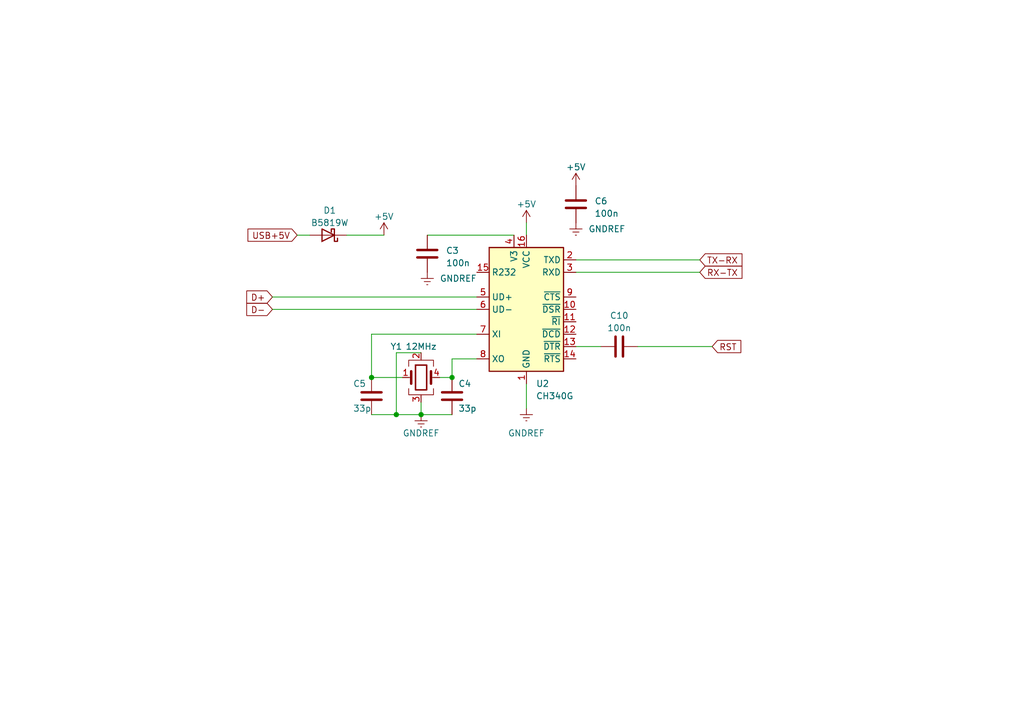
<source format=kicad_sch>
(kicad_sch (version 20230121) (generator eeschema)
  (paper "A5")
  (title_block (title "USB -> RS232"))
  (lib_symbols
    (symbol "Device:C" (pin_numbers hide) (pin_names (offset 0.254))
      (property "Reference" "C" (at 0.635 2.54 0))
      (property "Value" "C" (at 0.635 -2.54 0))
      (symbol "C_0_1"
        (polyline (pts (xy -2.032 -0.762) (xy 2.032 -0.762)) (stroke (width 0.508)))
        (polyline (pts (xy -2.032 0.762) (xy 2.032 0.762)) (stroke (width 0.508)))
      )
      (symbol "C_1_1"
        (pin passive line (at 0 3.81 270) (length 2.794) (name "~") (number "1"))
        (pin passive line (at 0 -3.81 90) (length 2.794) (name "~") (number "2"))
      )
    )
    (symbol "Device:Crystal_GND23" (pin_names (offset 1.016) hide)
      (property "Reference" "Y" (at 3.175 5.08 0))
      (property "Value" "Crystal_GND23" (at 3.175 3.175 0))
      (symbol "Crystal_GND23_0_1"
        (rectangle (start -1.143 2.54) (end 1.143 -2.54) (stroke (width 0.3048)))
        (polyline (pts (xy -2.54 0) (xy -2.032 0)))
        (polyline (pts (xy -2.032 -1.27) (xy -2.032 1.27)) (stroke (width 0.508)))
        (polyline (pts (xy 0 -3.81) (xy 0 -3.556)))
        (polyline (pts (xy 0 3.556) (xy 0 3.81)))
        (polyline (pts (xy 2.032 -1.27) (xy 2.032 1.27)) (stroke (width 0.508)))
        (polyline (pts (xy 2.032 0) (xy 2.54 0)))
        (polyline (pts (xy -2.54 -2.286) (xy -2.54 -3.556) (xy 2.54 -3.556) (xy 2.54 -2.286)))
        (polyline (pts (xy -2.54 2.286) (xy -2.54 3.556) (xy 2.54 3.556) (xy 2.54 2.286)))
      )
      (symbol "Crystal_GND23_1_1"
        (pin passive line (at -3.81 0 0) (length 1.27) (name "1") (number "1"))
        (pin passive line (at 0 5.08 270) (length 1.27) (name "2") (number "2"))
        (pin passive line (at 0 -5.08 90) (length 1.27) (name "3") (number "3"))
        (pin passive line (at 3.81 0 180) (length 1.27) (name "4") (number "4"))
      )
    )
    (symbol "Device:D_Schottky" (pin_numbers hide) (pin_names (offset 1.016) hide)
      (property "Reference" "D" (at 0 2.54 0))
      (property "Value" "D_Schottky" (at 0 -2.54 0))
      (symbol "D_Schottky_0_1"
        (polyline (pts (xy 1.27 0) (xy -1.27 0)))
        (polyline (pts (xy 1.27 1.27) (xy 1.27 -1.27) (xy -1.27 0) (xy 1.27 1.27)) (stroke (width 0.254)))
        (polyline (pts (xy -1.905 0.635) (xy -1.905 1.27) (xy -1.27 1.27) (xy -1.27 -1.27) (xy -0.635 -1.27) (xy -0.635 -0.635)) (stroke (width 0.254)))
      )
      (symbol "D_Schottky_1_1"
        (pin passive line (at -3.81 0 0) (length 2.54) (name "K") (number "1"))
        (pin passive line (at 3.81 0 180) (length 2.54) (name "A") (number "2"))
      )
    )
    (symbol "Interface_USB:CH340G"
      (property "Reference" "U" (at -5.08 13.97 0))
      (property "Value" "CH340G" (at 1.27 13.97 0))
      (symbol "CH340G_0_1"
        (rectangle (start -7.62 12.7) (end 7.62 -12.7) (stroke (width 0.254)) (fill (type background)))
      )
      (symbol "CH340G_1_1"
        (pin power_in line (at 0 -15.24 90) (length 2.54) (name "GND") (number "1"))
        (pin input line (at 10.16 0 180) (length 2.54) (name "~{DSR}") (number "10"))
        (pin input line (at 10.16 -2.54 180) (length 2.54) (name "~{RI}") (number "11"))
        (pin input line (at 10.16 -5.08 180) (length 2.54) (name "~{DCD}") (number "12"))
        (pin output line (at 10.16 -7.62 180) (length 2.54) (name "~{DTR}") (number "13"))
        (pin output line (at 10.16 -10.16 180) (length 2.54) (name "~{RTS}") (number "14"))
        (pin input line (at -10.16 7.62 0) (length 2.54) (name "R232") (number "15"))
        (pin power_in line (at 0 15.24 270) (length 2.54) (name "VCC") (number "16"))
        (pin output line (at 10.16 10.16 180) (length 2.54) (name "TXD") (number "2"))
        (pin input line (at 10.16 7.62 180) (length 2.54) (name "RXD") (number "3"))
        (pin passive line (at -2.54 15.24 270) (length 2.54) (name "V3") (number "4"))
        (pin bidirectional line (at -10.16 2.54 0) (length 2.54) (name "UD+") (number "5"))
        (pin bidirectional line (at -10.16 0 0) (length 2.54) (name "UD-") (number "6"))
        (pin input line (at -10.16 -5.08 0) (length 2.54) (name "XI") (number "7"))
        (pin output line (at -10.16 -10.16 0) (length 2.54) (name "XO") (number "8"))
        (pin input line (at 10.16 2.54 180) (length 2.54) (name "~{CTS}") (number "9"))
      )
    )
    (symbol "power:+5V" (power) (pin_names (offset 0))
      (property "Value" "+5V" (at 0 3.556 0))
      (symbol "+5V_0_1"
        (polyline (pts (xy -0.762 1.27) (xy 0 2.54)))
        (polyline (pts (xy 0 0) (xy 0 2.54)))
        (polyline (pts (xy 0 2.54) (xy 0.762 1.27)))
      )
      (symbol "+5V_1_1"
        (pin power_in line (at 0 0 90) (length 0) hide (name "+5V") (number "1"))
      )
    )
    (symbol "power:GNDREF" (power) (pin_names (offset 0))
      (property "Value" "GNDREF" (at 0 -3.81 0))
      (symbol "GNDREF_0_1"
        (polyline (pts (xy -0.635 -1.905) (xy 0.635 -1.905)))
        (polyline (pts (xy -0.127 -2.54) (xy 0.127 -2.54)))
        (polyline (pts (xy 0 -1.27) (xy 0 0)))
        (polyline (pts (xy 1.27 -1.27) (xy -1.27 -1.27)))
      )
      (symbol "GNDREF_1_1"
        (pin power_in line (at 0 0 270) (length 0) hide (name "GNDREF") (number "1"))
      )
    )
  )
  (junction (at 81.28 85.09))
  (junction (at 92.71 77.47))
  (junction (at 76.2 77.47))
  (junction (at 86.36 85.09))
  (wire (pts (xy 92.71 73.66) (xy 92.71 77.47)))
  (wire (pts (xy 107.95 45.72) (xy 107.95 48.26)))
  (wire (pts (xy 81.28 85.09) (xy 86.36 85.09)))
  (wire (pts (xy 87.63 48.26) (xy 105.41 48.26)))
  (wire (pts (xy 97.79 73.66) (xy 92.71 73.66)))
  (wire (pts (xy 81.28 72.39) (xy 81.28 85.09)))
  (wire (pts (xy 107.95 78.74) (xy 107.95 83.82)))
  (wire (pts (xy 130.81 71.12) (xy 146.05 71.12)))
  (wire (pts (xy 90.17 77.47) (xy 92.71 77.47)))
  (wire (pts (xy 55.88 60.96) (xy 97.79 60.96)))
  (wire (pts (xy 76.2 68.58) (xy 76.2 77.47)))
  (wire (pts (xy 55.88 63.5) (xy 97.79 63.5)))
  (wire (pts (xy 86.36 72.39) (xy 81.28 72.39)))
  (wire (pts (xy 86.36 82.55) (xy 86.36 85.09)))
  (wire (pts (xy 76.2 77.47) (xy 82.55 77.47)))
  (wire (pts (xy 118.11 53.34) (xy 143.51 53.34)))
  (wire (pts (xy 118.11 55.88) (xy 143.51 55.88)))
  (wire (pts (xy 118.11 71.12) (xy 123.19 71.12)))
  (wire (pts (xy 76.2 85.09) (xy 81.28 85.09)))
  (wire (pts (xy 60.96 48.26) (xy 63.5 48.26)))
  (wire (pts (xy 86.36 85.09) (xy 92.71 85.09)))
  (wire (pts (xy 97.79 68.58) (xy 76.2 68.58)))
  (wire (pts (xy 78.74 48.26) (xy 71.12 48.26)))
  (global_label "USB+5V" (shape input) (at 60.96 48.26 180) (property "Intersheetrefs" "${INTERSHEET_REFS}" (effects hide)))
  (global_label "D-" (shape input) (at 55.88 63.5 180) (property "Intersheetrefs" "${INTERSHEET_REFS}" (effects hide)))
  (global_label "TX-RX" (shape input) (at 143.51 53.34 0) (property "Intersheetrefs" "${INTERSHEET_REFS}" (effects hide)))
  (global_label "D+" (shape input) (at 55.88 60.96 180) (property "Intersheetrefs" "${INTERSHEET_REFS}" (effects hide)))
  (global_label "RX-TX" (shape input) (at 143.51 55.88 0) (property "Intersheetrefs" "${INTERSHEET_REFS}" (effects hide)))
  (global_label "RST" (shape input) (at 146.05 71.12 0) (property "Intersheetrefs" "${INTERSHEET_REFS}" (effects hide)))
  (symbol (lib_id "power:+5V") (at 107.95 45.72 0) (unit 1)
    (property "Reference" "#PWR011" (effects hide))
    (property "Value" "+5V" (at 107.95 41.91 0))
    (instances (project "pcb_design" (path "" (reference "#PWR011") (unit 1)) (path "" (reference "#PWR012") (unit 1))))
  )
  (symbol (lib_id "Device:D_Schottky") (at 67.31 48.26 180) (unit 1)
    (property "Reference" "D1" (at 67.6275 43.18 0))
    (property "Value" "B5819W" (at 67.6275 45.72 0))
    (property "Footprint" "Diode_SMD:D_SOD-123F" (effects hide))
  )
  (symbol (lib_id "Device:C") (at 118.11 41.91 0) (unit 1)
    (property "Reference" "C6" (at 121.92 41.275 0) (effects (justify left)))
    (property "Value" "100n" (at 121.92 43.815 0) (effects (justify left)))
    (property "Footprint" "Capacitor_SMD:C_1206_3216Metric" (effects hide))
    (instances (project "pcb_design" (path "" (reference "C6") (unit 1)) (path "" (reference "C3") (unit 1))))
  )
  (symbol (lib_id "Device:C") (at 92.71 81.28 0) (unit 1)
    (property "Reference" "C4" (at 93.98 78.74 0) (effects (justify left)))
    (property "Value" "33p" (at 93.98 83.82 0) (effects (justify left)))
    (property "Footprint" "Capacitor_SMD:C_1206_3216Metric" (effects hide))
    (instances (project "pcb_design" (path "" (reference "C4") (unit 1)) (path "" (reference "C10") (unit 1))))
  )
  (symbol (lib_id "power:+5V") (at 78.74 48.26 0) (unit 1)
    (property "Reference" "#PWR09" (effects hide))
    (property "Value" "+5V" (at 78.74 44.45 0))
  )
  (symbol (lib_id "Device:C") (at 76.2 81.28 0) (unit 1)
    (property "Reference" "C5" (at 72.39 78.74 0) (effects (justify left)))
    (property "Value" "33p" (at 72.39 83.82 0) (effects (justify left)))
    (property "Footprint" "Capacitor_SMD:C_1206_3216Metric" (effects hide))
    (instances (project "pcb_design" (path "" (reference "C5") (unit 1)) (path "" (reference "C6") (unit 1))))
  )
  (symbol (lib_id "power:+5V") (at 118.11 38.1 0) (unit 1)
    (property "Reference" "#PWR015" (effects hide))
    (property "Value" "+5V" (at 118.11 34.29 0))
    (instances (project "pcb_design" (path "" (reference "#PWR015") (unit 1)) (path "" (reference "#PWR011") (unit 1))))
  )
  (symbol (lib_id "Device:Crystal_GND23") (at 86.36 77.47 0) (unit 1)
    (property "Reference" "Y1" (at 81.28 71.12 0))
    (property "Value" "12MHz" (at 86.36 71.12 0))
    (property "Footprint" "Crystal:Crystal_SMD_3225-4Pin_3.2x2.5mm" (effects hide))
  )
  (symbol (lib_id "power:GNDREF") (at 107.95 83.82 0) (unit 1)
    (property "Reference" "#PWR012" (effects hide))
    (property "Value" "GNDREF" (at 107.95 88.9 0))
    (instances (project "pcb_design" (path "" (reference "#PWR012") (unit 1)) (path "" (reference "#PWR015") (unit 1))))
  )
  (symbol (lib_id "Device:C") (at 127 71.12 90) (unit 1)
    (property "Reference" "C10" (at 127 64.77 90))
    (property "Value" "100n" (at 127 67.31 90))
    (property "Footprint" "Capacitor_SMD:C_1206_3216Metric" (effects hide))
    (instances (project "pcb_design" (path "" (reference "C10") (unit 1)) (path "" (reference "C5") (unit 1))))
  )
  (symbol (lib_id "Interface_USB:CH340G") (at 107.95 63.5 0) (unit 1)
    (property "Reference" "U2" (at 109.9059 78.74 0) (effects (justify left)))
    (property "Value" "CH340G" (at 109.9059 81.28 0) (effects (justify left)))
    (property "Footprint" "Package_SO:SOIC-16_3.9x9.9mm_P1.27mm" (effects hide))
    (property "Datasheet" "http://www.datasheet5.com/pdf-local-2195953" (effects hide))
  )
  (symbol (lib_id "power:GNDREF") (at 118.11 45.72 0) (unit 1)
    (property "Reference" "#PWR016" (effects hide))
    (property "Value" "GNDREF" (at 124.46 46.99 0))
    (instances (project "pcb_design" (path "" (reference "#PWR016") (unit 1)) (path "" (reference "#PWR013") (unit 1))))
  )
  (symbol (lib_id "power:GNDREF") (at 86.36 85.09 0) (unit 1)
    (property "Reference" "#PWR014" (effects hide))
    (property "Value" "GNDREF" (at 86.36 88.9 0))
    (instances (project "pcb_design" (path "" (reference "#PWR014") (unit 1)) (path "" (reference "#PWR016") (unit 1))))
  )
  (symbol (lib_id "Device:C") (at 87.63 52.07 0) (unit 1)
    (property "Reference" "C3" (at 91.44 51.435 0) (effects (justify left)))
    (property "Value" "100n" (at 91.44 53.975 0) (effects (justify left)))
    (property "Footprint" "Capacitor_SMD:C_1206_3216Metric" (effects hide))
    (instances (project "pcb_design" (path "" (reference "C3") (unit 1)) (path "" (reference "C4") (unit 1))))
  )
  (symbol (lib_id "power:GNDREF") (at 87.63 55.88 0) (unit 1)
    (property "Reference" "#PWR013" (effects hide))
    (property "Value" "GNDREF" (at 93.98 57.15 0))
    (instances (project "pcb_design" (path "" (reference "#PWR013") (unit 1)) (path "" (reference "#PWR014") (unit 1))))
  )
)
</source>
